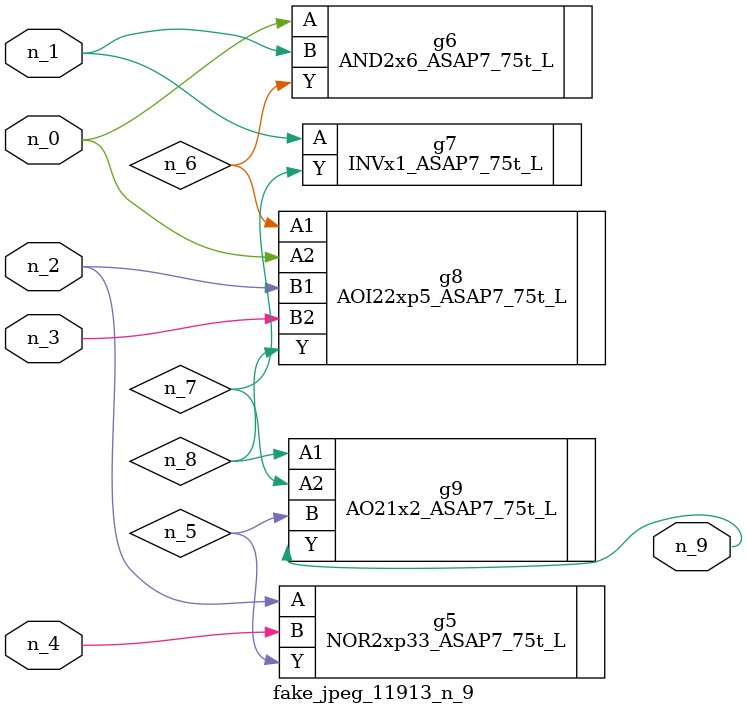
<source format=v>
module fake_jpeg_11913_n_9 (n_3, n_2, n_1, n_0, n_4, n_9);

input n_3;
input n_2;
input n_1;
input n_0;
input n_4;

output n_9;

wire n_8;
wire n_6;
wire n_5;
wire n_7;

NOR2xp33_ASAP7_75t_L g5 ( 
.A(n_2),
.B(n_4),
.Y(n_5)
);

AND2x6_ASAP7_75t_L g6 ( 
.A(n_0),
.B(n_1),
.Y(n_6)
);

INVx1_ASAP7_75t_L g7 ( 
.A(n_1),
.Y(n_7)
);

AOI22xp5_ASAP7_75t_L g8 ( 
.A1(n_6),
.A2(n_0),
.B1(n_2),
.B2(n_3),
.Y(n_8)
);

AO21x2_ASAP7_75t_L g9 ( 
.A1(n_8),
.A2(n_7),
.B(n_5),
.Y(n_9)
);


endmodule
</source>
